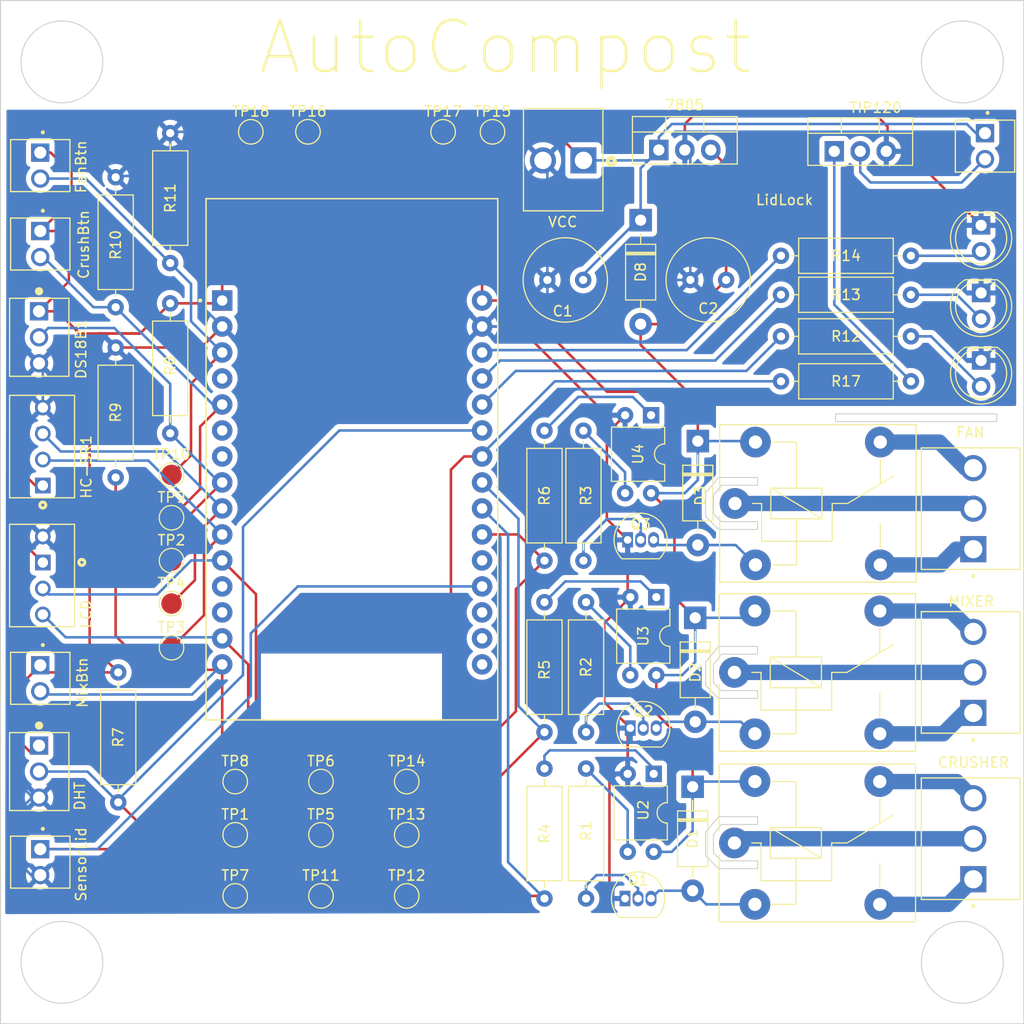
<source format=kicad_pcb>
(kicad_pcb (version 20221018) (generator pcbnew)
  (layers (0 "F.Cu" signal) (31 "B.Cu" signal) (34 "B.Paste" user) (35 "F.Paste" user) (36 "B.SilkS" user "B.Silkscreen") (37 "F.SilkS" user "F.Silkscreen") (38 "B.Mask" user) (39 "F.Mask" user) (44 "Edge.Cuts" user))
  (net 0 "")
  (net 1 "/VCC")
  (net 2 "GND")
  (net 3 "5V")
  (net 4 "/3V3")
  (net 5 "/CrusherBtn")
  (net 6 "Net-(D1-A)")
  (net 7 "Net-(D2-A)")
  (net 8 "Net-(D3-A)")
  (net 9 "Net-(D4-A)")
  (net 10 "Net-(D5-A)")
  (net 11 "Net-(D6-A)")
  (net 12 "/DHT")
  (net 13 "/DS18B20")
  (net 14 "/FanBtn")
  (net 15 "/Trig_HC-SR04")
  (net 16 "/Echo_HC-SR04")
  (net 17 "/LCD_SCL")
  (net 18 "/LCD_SDA")
  (net 19 "/Lid")
  (net 20 "Net-(QLock1-C)")
  (net 21 "/MixerBtn")
  (net 22 "Net-(Q1-B)")
  (net 23 "Net-(Q2-B)")
  (net 24 "Net-(Q3-B)")
  (net 25 "Net-(QLock1-B)")
  (net 26 "Net-(R1-Pad1)")
  (net 27 "Net-(R2-Pad1)")
  (net 28 "Net-(R3-Pad1)")
  (net 29 "/Crusher")
  (net 30 "Net-(R4-Pad2)")
  (net 31 "/Mixer")
  (net 32 "Net-(R5-Pad2)")
  (net 33 "/Fan")
  (net 34 "Net-(R6-Pad2)")
  (net 35 "/Led1")
  (net 36 "/Led2")
  (net 37 "/Led3")
  (net 38 "/Lock")
  (net 48 "Net-(J1-Pad1)")
  (net 49 "Net-(J1-Pad2)")
  (net 50 "Net-(J1-Pad3)")
  (net 51 "Net-(J2-Pad1)")
  (net 52 "Net-(J2-Pad2)")
  (net 53 "Net-(J2-Pad3)")
  (net 54 "Net-(J3-Pad1)")
  (net 55 "Net-(J3-Pad2)")
  (net 56 "Net-(J3-Pad3)")
  (footprint "Resistor_THT:R_Axial_DIN0309_L9.0mm_D3.2mm_P12.70mm_Horizontal" (layer "F.Cu") (at 116.586 69.596 -90)
    (fp_text reference "R8")
    (fp_text value "4k7" hide)
  )
  (footprint "Resistor_THT:R_Axial_DIN0309_L9.0mm_D3.2mm_P12.70mm_Horizontal" (layer "F.Cu") (at 188.976 77.216 180)
    (fp_text reference "R17")
    (fp_text value "2k2" hide)
  )
  (footprint "Resistor_THT:R_Axial_DIN0309_L9.0mm_D3.2mm_P12.70mm_Horizontal" (layer "F.Cu") (at 111.252 57.277 -90)
    (fp_text reference "R10")
    (fp_text value "10k" hide)
  )
  (footprint "Package_TO_SOT_THT:TO-92_Inline" (layer "F.Cu") (at 161.544 111.104)
    (fp_text reference "Q2")
    (fp_text value "2N3904" hide)
  )
  (footprint "Package_DIP:DIP-4_W7.62mm" (layer "F.Cu") (at 164.089 98.308 -90)
    (fp_text reference "U3")
    (fp_text value "PC817" hide)
  )
  (footprint "Conectores_Molex:Molex_156_2pines" (layer "F.Cu") (at 154.992 55.626)
    (fp_text reference "Vext1" hide)
    (fp_text value "Molex 0.156" hide)
  )
  (footprint "Resistor_THT:R_Axial_DIN0309_L9.0mm_D3.2mm_P12.70mm_Horizontal" (layer "F.Cu") (at 111.506 105.664 -90)
    (fp_text reference "R7")
    (fp_text value "4k7" hide)
  )
  (footprint "Conectores_Molex:Molex_100_3pines" (layer "F.Cu") (at 103.766 72.914166 90)
    (fp_text reference "DS18B1" hide)
    (fp_text value "Molex 0.100" hide)
  )
  (footprint "Resistor_THT:R_Axial_DIN0309_L9.0mm_D3.2mm_P12.70mm_Horizontal" (layer "F.Cu") (at 116.586 52.959 -90)
    (fp_text reference "R11")
    (fp_text value "10k" hide)
  )
  (footprint "Resistor_THT:R_Axial_DIN0309_L9.0mm_D3.2mm_P12.70mm_Horizontal" (layer "F.Cu") (at 153.162 111.506 90)
    (fp_text reference "R5")
    (fp_text value "100" hide)
  )
  (footprint "Conectores_Molex:Molex_156_3pines" (layer "F.Cu") (at 195.072 89.662 -90)
    (fp_text reference "J3" hide)
    (fp_text value "Molex 0.156" hide)
  )
  (footprint "TestPoint:TestPoint_Pad_D2.0mm" (layer "F.Cu") (at 148.082 52.832)
    (fp_text reference "TP15")
    (fp_text value "TestPoint" hide)
  )
  (footprint "TestPoint:TestPoint_Pad_D2.0mm" (layer "F.Cu") (at 130.048 52.832)
    (fp_text reference "TP16")
    (fp_text value "TestPoint" hide)
  )
  (footprint "TestPoint:TestPoint_Pad_D2.0mm" (layer "F.Cu") (at 116.713 94.742)
    (fp_text reference "TP2")
    (fp_text value "TestPoint" hide)
  )
  (footprint "TestPoint:TestPoint_Pad_D2.0mm" (layer "F.Cu") (at 124.46 52.832)
    (fp_text reference "TP18")
    (fp_text value "TestPoint" hide)
  )
  (footprint "Capacitor_THT:C_Radial_D8.0mm_H7.0mm_P3.50mm" (layer "F.Cu") (at 156.944 67.31 180)
    (fp_text reference "C1")
    (fp_text value "33nF" hide)
  )
  (footprint "Resistor_THT:R_Axial_DIN0309_L9.0mm_D3.2mm_P12.70mm_Horizontal" (layer "F.Cu") (at 111.252 73.914 -90)
    (fp_text reference "R9")
    (fp_text value "10k" hide)
  )
  (footprint "Package_TO_SOT_THT:TO-92_Inline" (layer "F.Cu") (at 161.036 127.762)
    (fp_text reference "Q1")
    (fp_text value "2N3904" hide)
  )
  (footprint "Diode_THT:D_DO-41_SOD81_P10.16mm_Horizontal" (layer "F.Cu") (at 167.894 100.33 -90)
    (fp_text reference "D2")
    (fp_text value "1N4007" hide)
  )
  (footprint "Package_TO_SOT_THT:TO-92_Inline" (layer "F.Cu") (at 161.29 92.71)
    (fp_text reference "Q3")
    (fp_text value "2N3904" hide)
  )
  (footprint "Conectores_Molex:Molex_100_3pines" (layer "F.Cu") (at 103.766 115.355917 90)
    (fp_text reference "DHT1" hide)
    (fp_text value "Molex 0.100" hide)
  )
  (footprint "Relay_THT:Relay_SPDT_Finder_36.11" (layer "F.Cu") (at 171.782 89.154)
    (fp_text reference "K3" hide)
    (fp_text value "FINDER-36.11" hide)
  )
  (footprint "Resistor_THT:R_Axial_DIN0309_L9.0mm_D3.2mm_P12.70mm_Horizontal" (layer "F.Cu") (at 153.162 94.742 90)
    (fp_text reference "R6")
    (fp_text value "100" hide)
  )
  (footprint "Relay_THT:Relay_SPDT_Finder_36.11" (layer "F.Cu") (at 171.728 105.664)
    (fp_text reference "K2" hide)
    (fp_text value "FINDER-36.11" hide)
  )
  (footprint "Diode_THT:D_DO-41_SOD81_P10.16mm_Horizontal" (layer "F.Cu") (at 167.64 116.84 -90)
    (fp_text reference "D1")
    (fp_text value "1N4007" hide)
  )
  (footprint "LED_THT:LED_D5.0mm" (layer "F.Cu") (at 195.834 68.58 -90)
    (fp_text reference "D5" hide)
    (fp_text value "LED" hide)
  )
  (footprint "TestPoint:TestPoint_Pad_D2.0mm" (layer "F.Cu") (at 116.713 86.36)
    (fp_text reference "TP10")
    (fp_text value "TestPoint" hide)
  )
  (footprint "TestPoint:TestPoint_Pad_D2.0mm" (layer "F.Cu") (at 139.7 127.508)
    (fp_text reference "TP12")
    (fp_text value "TestPoint" hide)
  )
  (footprint "Package_DIP:DIP-4_W7.62mm" (layer "F.Cu") (at 163.581 80.528 -90)
    (fp_text reference "U4")
    (fp_text value "PC817" hide)
  )
  (footprint "Conectores_Molex:Molex_100_2pines" (layer "F.Cu") (at 196.215 54.229 90)
    (fp_text reference "Lock2" hide)
    (fp_text value "Molex 0.100" hide)
  )
  (footprint "Diode_THT:D_DO-41_SOD81_P10.16mm_Horizontal" (layer "F.Cu") (at 162.56 61.468 -90)
    (fp_text reference "D8")
    (fp_text value "1N4007" hide)
  )
  (footprint "Conectores_Molex:Molex_100_2pines" (layer "F.Cu") (at 103.886 106.240834 90)
    (fp_text reference "MixerButton1" hide)
    (fp_text value "Molex 0.100" hide)
  )
  (footprint "Package_DIP:DIP-4_W7.62mm" (layer "F.Cu") (at 163.835 115.58 -90)
    (fp_text reference "U2")
    (fp_text value "PC817" hide)
  )
  (footprint "Resistor_THT:R_Axial_DIN0309_L9.0mm_D3.2mm_P12.70mm_Horizontal" (layer "F.Cu") (at 188.976 68.758 180)
    (fp_text reference "R13")
    (fp_text value "220" hide)
  )
  (footprint "Resistor_THT:R_Axial_DIN0309_L9.0mm_D3.2mm_P12.70mm_Horizontal" (layer "F.Cu") (at 153.162 127.762 90)
    (fp_text reference "R4")
    (fp_text value "100" hide)
  )
  (footprint "Conectores_Molex:Molex_156_3pines" (layer "F.Cu") (at 195.072 121.92 -90)
    (fp_text reference "J1" hide)
    (fp_text value "Molex 0.156" hide)
  )
  (footprint "Package_TO_SOT_THT:TO-220-3_Vertical" (layer "F.Cu") (at 181.483 54.737)
    (fp_text reference "QLock1" hide)
    (fp_text value "TIP120" hide)
  )
  (footprint "TestPoint:TestPoint_Pad_D2.0mm" (layer "F.Cu") (at 139.7 116.332)
    (fp_text reference "TP14")
    (fp_text value "TestPoint" hide)
  )
  (footprint "Resistor_THT:R_Axial_DIN0309_L9.0mm_D3.2mm_P12.70mm_Horizontal" (layer "F.Cu") (at 157.226 98.806 -90)
    (fp_text reference "R2")
    (fp_text value "220" hide)
  )
  (footprint "TestPoint:TestPoint_Pad_D2.0mm" (layer "F.Cu") (at 122.936 121.539)
    (fp_text reference "TP1")
    (fp_text value "TestPoint" hide)
  )
  (footprint "Package_TO_SOT_THT:TO-220-3_Vertical" (layer "F.Cu") (at 164.338 54.61)
    (fp_text reference "U1" hide)
    (fp_text value "LM7805_TO220" hide)
  )
  (footprint "Conectores_Molex:Molex_156_3pines" (layer "F.Cu") (at 195.072 105.664 -90)
    (fp_text reference "J2" hide)
    (fp_text value "Molex 0.156" hide)
  )
  (footprint "TestPoint:TestPoint_Pad_D2.0mm" (layer "F.Cu") (at 131.318 116.332)
    (fp_text reference "TP6")
    (fp_text value "TestPoint" hide)
  )
  (footprint "Conectores_Molex:Molex_100_4pines" (layer "F.Cu") (at 104.136 83.594249 -90)
    (fp_text reference "HC-SR1" hide)
    (fp_text value "Molex 0.100" hide)
  )
  (footprint "TestPoint:TestPoint_Pad_D2.0mm" (layer "F.Cu") (at 143.256 52.832)
    (fp_text reference "TP17")
    (fp_text value "TestPoint" hide)
  )
  (footprint "Relay_THT:Relay_SPDT_Finder_36.11" (layer "F.Cu") (at 171.728 122.332)
    (fp_text reference "K1" hide)
    (fp_text value "FINDER-36.11" hide)
  )
  (footprint "LED_THT:LED_D5.0mm" (layer "F.Cu") (at 195.834 61.976 -90)
    (fp_text reference "D6" hide)
    (fp_text value "LED" hide)
  )
  (footprint "TestPoint:TestPoint_Pad_D2.0mm" (layer "F.Cu") (at 116.713 103.251)
    (fp_text reference "TP3")
    (fp_text value "TestPoint" hide)
  )
  (footprint "Conectores_Molex:Molex_100_4pines" (layer "F.Cu") (at 104.136 96.195751 -90)
    (fp_text reference "LCD1" hide)
    (fp_text value "Molex 0.100" hide)
  )
  (footprint "Capacitor_THT:C_Radial_D8.0mm_H7.0mm_P3.50mm" (layer "F.Cu") (at 170.914 67.31 180)
    (fp_text reference "C2")
    (fp_text value "100nF" hide)
  )
  (footprint "TestPoint:TestPoint_Pad_D2.0mm" (layer "F.Cu") (at 116.713 98.933)
    (fp_text reference "TP4")
    (fp_text value "TestPoint" hide)
  )
  (footprint "Conectores_Molex:Molex_100_2pines" (layer "F.Cu") (at 103.886 124.206 90)
    (fp_text reference "Lock1" hide)
    (fp_text value "Molex 0.100" hide)
  )
  (footprint "TestPoint:TestPoint_Pad_D2.0mm" (layer "F.Cu") (at 131.318 121.539)
    (fp_text reference "TP5")
    (fp_text value "TestPoint" hide)
  )
  (footprint "Resistor_THT:R_Axial_DIN0309_L9.0mm_D3.2mm_P12.70mm_Horizontal" (layer "F.Cu") (at 156.972 82.042 -90)
    (fp_text reference "R3")
    (fp_text value "220" hide)
  )
  (footprint "TestPoint:TestPoint_Pad_D2.0mm" (layer "F.Cu") (at 122.936 127.508)
    (fp_text reference "TP7")
    (fp_text value "TestPoint" hide)
  )
  (footprint "TestPoint:TestPoint_Pad_D2.0mm" (layer "F.Cu") (at 131.318 127.508)
    (fp_text reference "TP11")
    (fp_text value "TestPoint" hide)
  )
  (footprint "Resistor_THT:R_Axial_DIN0309_L9.0mm_D3.2mm_P12.70mm_Horizontal" (layer "F.Cu") (at 157.226 115.062 -90)
    (fp_text reference "R1")
    (fp_text value "220" hide)
  )
  (footprint "TestPoint:TestPoint_Pad_D2.0mm" (layer "F.Cu") (at 139.7 121.539)
    (fp_text reference "TP13")
    (fp_text value "TestPoint" hide)
  )
  (footprint "Conectores_Molex:Molex_100_2pines" (layer "F.Cu") (at 103.886 63.799083 90)
    (fp_text reference "CrusherButton1" hide)
    (fp_text value "Molex 0.100" hide)
  )
  (footprint "Diode_THT:D_DO-41_SOD81_P10.16mm_Horizontal" (layer "F.Cu") (at 168.148 83.058 -90)
    (fp_text reference "D3")
    (fp_text value "1N4007" hide)
  )
  (footprint "ESP32-DEVKIT-V1:MODULE_ESP32_DEVKIT_V1" (layer "F.Cu") (at 134.366 84.836)
    (fp_text reference "U5" hide)
    (fp_text value "ESP32-DEVKIT-V1" hide)
  )
  (footprint "TestPoint:TestPoint_Pad_D2.0mm" (layer "F.Cu") (at 116.713 90.551)
    (fp_text reference "TP9")
    (fp_text value "TestPoint" hide)
  )
  (footprint "Resistor_THT:R_Axial_DIN0309_L9.0mm_D3.2mm_P12.70mm_Horizontal" (layer "F.Cu") (at 188.976 64.948 180)
    (fp_text reference "R14")
    (fp_text value "220" hide)
  )
  (footprint "Conectores_Molex:Molex_100_2pines" (layer "F.Cu") (at 103.886 56.134 90)
    (fp_text reference "FanButton1" hide)
    (fp_text value "Molex 0.100" hide)
  )
  (footprint "LED_THT:LED_D5.0mm" (layer "F.Cu") (at 195.834 75.179 -90)
    (fp_text reference "D4" hide)
    (fp_text value "LED" hide)
  )
  (footprint "Resistor_THT:R_Axial_DIN0309_L9.0mm_D3.2mm_P12.70mm_Horizontal" (layer "F.Cu") (at 188.976 72.822 180)
    (fp_text reference "R12")
    (fp_text value "220" hide)
  )
  (footprint "TestPoint:TestPoint_Pad_D2.0mm" (layer "F.Cu") (at 122.936 116.332)
    (fp_text reference "TP8")
    (fp_text value "TestPoint" hide)
  )
  (gr_poly (pts (xy 173.99 87.376) (xy 170.434 87.376) (xy 169.672 88.392) (xy 169.672 90.17) (xy 170.434 90.932) (xy 173.99 90.932) (xy 173.99 91.694) (xy 170.18 91.694) (xy 168.91 90.424) (xy 168.91 88.138) (xy 170.18 86.614) (xy 173.99 86.614)) (stroke (width 0.1)) (fill none) (layer "Edge.Cuts"))
  (gr_circle (center 106 134) (end 110 134) (stroke (width 0.1)) (fill none) (layer "Edge.Cuts"))
  (gr_poly (pts (xy 173.99 120.523) (xy 170.434 120.523) (xy 169.672 121.539) (xy 169.672 123.317) (xy 170.434 124.079) (xy 173.99 124.079) (xy 173.99 124.841) (xy 170.18 124.841) (xy 168.91 123.571) (xy 168.91 121.285) (xy 170.18 119.761) (xy 173.99 119.761)) (stroke (width 0.1)) (fill none) (layer "Edge.Cuts"))
  (gr_circle (center 194 46) (end 198 46) (stroke (width 0.1)) (fill none) (layer "Edge.Cuts"))
  (gr_rect (start 100 40) (end 200 140) (stroke (width 0.1)) (fill none) (layer "Edge.Cuts"))
  (gr_poly (pts (xy 173.99 103.886) (xy 170.434 103.886) (xy 169.672 104.902) (xy 169.672 106.68) (xy 170.434 107.442) (xy 173.99 107.442) (xy 173.99 108.204) (xy 170.18 108.204) (xy 168.91 106.934) (xy 168.91 104.648) (xy 170.18 103.124) (xy 173.99 103.124)) (stroke (width 0.1)) (fill none) (layer "Edge.Cuts"))
  (gr_circle (center 194 134) (end 198 134) (stroke (width 0.1)) (fill none) (layer "Edge.Cuts"))
  (gr_rect (start 181.61 80.391) (end 197.358 81.153) (stroke (width 0.1)) (fill none) (layer "Edge.Cuts"))
  (gr_circle (center 106 46) (end 110 46) (stroke (width 0.1)) (fill none) (layer "Edge.Cuts"))
  (gr_text "DS18B1" (at 108.458 77.089 90) (layer "F.SilkS") (effects (font (size 1 1)) (justify left bottom)))
  (gr_text "VCC" (at 153.416 62.23) (layer "F.SilkS") (effects (font (size 1 1)) (justify left bottom)))
  (gr_text "CrushBtn" (at 108.712 67.31 90) (layer "F.SilkS") (effects (font (size 1 1)) (justify left bottom)))
  (gr_text "AutoCompost" (at 125 47.5) (layer "F.SilkS") (effects (font (size 5 5) (thickness 0.25) bold) (justify left bottom)))
  (gr_text "HC-SR1" (at 108.966 88.773 90) (layer "F.SilkS") (effects (font (size 1 1)) (justify left bottom)))
  (gr_text "DHT\n" (at 108.331 119.253 90) (layer "F.SilkS") (effects (font (size 1 1)) (justify left bottom)))
  (gr_text "TIP120" (at 182.88 51.054) (layer "F.SilkS") (effects (font (size 1 1)) (justify left bottom)))
  (gr_text "LCD\n" (at 108.966 101.473 90) (layer "F.SilkS") (effects (font (size 1 1)) (justify left bottom)))
  (gr_text "FanBtn" (at 108.458 58.928 90) (layer "F.SilkS") (effects (font (size 1 1)) (justify left bottom)))
  (gr_text "CRUSHER" (at 191.516 115.062) (layer "F.SilkS") (effects (font (size 1 1)) (justify left bottom)))
  (gr_text "FAN" (at 193.294 82.804) (layer "F.SilkS") (effects (font (size 1 1)) (justify left bottom)))
  (gr_text "MixBtn" (at 108.585 109.22 90) (layer "F.SilkS") (effects (font (size 1 1)) (justify left bottom)))
  (gr_text "LidLock" (at 173.736 60.071) (layer "F.SilkS") (effects (font (size 1 1)) (justify left bottom)))
  (gr_text "SensorLid\n" (at 108.458 128.143 90) (layer "F.SilkS") (effects (font (size 1 1)) (justify left bottom)))
  (gr_text "MIXER" (at 192.532 99.314) (layer "F.SilkS") (effects (font (size 1 1)) (justify left bottom)))
  (gr_text "7805" (at 164.846 50.8) (layer "F.SilkS") (effects (font (size 1 1)) (justify left bottom)))
  (segment (start 148.336 52.578) (end 153.924 52.578) (width 0.25) (layer "F.Cu") (net 1))
  (segment (start 153.924 52.578) (end 156.972 55.626) (width 0.25) (layer "F.Cu") (net 1))
  (segment (start 148.082 52.832) (end 148.336 52.578) (width 0.25) (layer "F.Cu") (net 1))
  (segment (start 164.338 53.34) (end 164.338 54.61) (width 0.25) (layer "B.Cu") (net 1))
  (segment (start 162.56 61.468) (end 162.56 56.388) (width 0.25) (layer "B.Cu") (net 1))
  (segment (start 162.278 61.468) (end 162.56 61.468) (width 0.25) (layer "B.Cu") (net 1))
  (segment (start 194.437 52.07) (end 165.608 52.07) (width 0.25) (layer "B.Cu") (net 1))
  (segment (start 162.56 56.388) (end 164.338 54.61) (width 0.25) (layer "B.Cu") (net 1))
  (segment (start 163.322 55.626) (end 164.338 54.61) (width 0.25) (layer "B.Cu") (net 1))
  (segment (start 156.944 67.31) (end 156.944 66.802) (width 0.25) (layer "B.Cu") (net 1))
  (segment (start 156.972 55.626) (end 163.322 55.626) (width 0.25) (layer "B.Cu") (net 1))
  (segment (start 165.608 52.07) (end 164.338 53.34) (width 0.25) (layer "B.Cu") (net 1))
  (segment (start 196.215 52.959) (end 195.326 52.959) (width 0.25) (layer "B.Cu") (net 1))
  (segment (start 195.326 52.959) (end 194.437 52.07) (width 0.25) (layer "B.Cu") (net 1))
  (segment (start 156.944 66.802) (end 162.278 61.468) (width 0.25) (layer "B.Cu") (net 1))
  (segment (start 186.69 52.324) (end 185.674 51.308) (width 0.25) (layer "F.Cu") (net 2))
  (segment (start 147.066 71.861) (end 150.601 71.861) (width 0.25) (layer "F.Cu") (net 2))
  (segment (start 186.563 54.737) (end 188.595 54.737) (width 0.25) (layer "F.Cu") (net 2))
  (segment (start 161.29 92.71) (end 161.29 98.049) (width 0.25) (layer "F.Cu") (net 2))
  (segment (start 150.601 71.861) (end 159.268 80.528) (width 0.25) (layer "F.Cu") (net 2))
  (segment (start 188.595 54.737) (end 195.834 61.976) (width 0.25) (layer "F.Cu") (net 2))
  (segment (start 143.256 52.832) (end 143.256 56.388) (width 0.25) (layer "F.Cu") (net 2))
  (segment (start 159.512 116.332) (end 159.512 127.254) (width 0.25) (layer "F.Cu") (net 2))
  (segment (start 159.004 108.564) (end 159.004 100.853) (width 0.25) (layer "F.Cu") (net 2))
  (segment (start 143.256 56.388) (end 144.272 57.404) (width 0.25) (layer "F.Cu") (net 2))
  (segment (start 161.544 111.104) (end 159.004 108.564) (width 0.25) (layer "F.Cu") (net 2))
  (segment (start 161.295 115.58) (end 160.264 115.58) (width 0.25) (layer "F.Cu") (net 2))
  (segment (start 159.512 127.254) (end 160.02 127.762) (width 0.25) (layer "F.Cu") (net 2))
  (segment (start 159.268 80.528) (end 161.041 80.528) (width 0.25) (layer "F.Cu") (net 2))
  (segment (start 111.252 73.914) (end 119.613 73.914) (width 0.25) (layer "F.Cu") (net 2))
  (segment (start 159.004 100.853) (end 161.549 98.308) (width 0.25) (layer "F.Cu") (net 2))
  (segment (start 161.295 115.58) (end 161.295 111.353) (width 0.25) (layer "F.Cu") (net 2))
  (segment (start 161.295 111.353) (end 161.544 111.104) (width 0.25) (layer "F.Cu") (net 2))
  (segment (start 159.258 90.678) (end 161.29 92.71) (width 0.25) (layer "F.Cu") (net 2))
  (segment (start 151.234 57.404) (end 153.012 55.626) (width 0.25) (layer "F.Cu") (net 2))
  (segment (start 186.69 54.864) (end 186.69 52.324) (width 0.25) (layer "F.Cu") (net 2))
  (segment (start 166.878 52.07) (end 166.878 54.61) (width 0.25) (layer "F.Cu") (net 2))
  (segment (start 119.613 73.914) (end 121.666 71.861) (width 0.25) (layer "F.Cu") (net 2))
  (segment (start 161.041 80.528) (end 159.258 82.311) (width 0.25) (layer "F.Cu") (net 2))
  (segment (start 185.674 51.308) (end 167.64 51.308) (width 0.25) (layer "F.Cu") (net 2))
  (segment (start 160.02 127.762) (end 161.036 127.762) (width 0.25) (layer "F.Cu") (net 2))
  (segment (start 159.258 82.311) (end 159.258 90.678) (width 0.25) (layer "F.Cu") (net 2))
  (segment (start 167.64 51.308) (end 166.878 52.07) (width 0.25) (layer "F.Cu") (net 2))
  (segment (start 160.264 115.58) (end 159.512 116.332) (width 0.25) (layer "F.Cu") (net 2))
  (segment (start 144.272 57.404) (end 151.234 57.404) (width 0.25) (layer "F.Cu") (net 2))
  (segment (start 161.29 98.049) (end 161.549 98.308) (width 0.25) (layer "F.Cu") (net 2))
  (segment (start 101.854 116.586) (end 103.759 118.491) (width 0.25) (layer "B.Cu") (net 2))
  (segment (start 160.528 69.596) (end 162.814 67.31) (width 0.25) (layer "B.Cu") (net 2))
  (segment (start 195.834 68.58) (end 197.358 68.58) (width 0.25) (layer "B.Cu") (net 2))
  (segment (start 116.586 59.436) (end 118.1735 61.0235) (width 0.25) (layer "B.Cu") (net 2))
  (segment (start 103.766 75.454166) (end 104.671166 74.549) (width 0.25) (layer "B.Cu") (net 2))
  (segment (start 150.897 71.861) (end 153.444 69.314) (width 0.25) (layer "B.Cu") (net 2))
  (segment (start 167.414 55.146) (end 166.878 54.61) (width 0.25) (layer "B.Cu") (net 2))
  (segment (start 195.834 61.976) (end 197.104 61.976) (width 0.25) (layer "B.Cu") (net 2))
  (segment (start 104.136 79.784249) (end 104.136 75.824166) (width 0.25) (layer "B.Cu") (net 2))
  (segment (start 155.73 69.596) (end 160.528 69.596) (width 0.25) (layer "B.Cu") (net 2))
  (segment (start 103.766 117.895917) (end 103.084083 117.895917) (width 0.25) (layer "B.Cu") (net 2))
  (segment (start 150.218 52.832) (end 153.012 55.626) (width 0.25) (layer "B.Cu") (net 2))
  (segment (start 197.104 61.976) (end 198.374 63.246) (width 0.25) (layer "B.Cu") (net 2))
  (segment (start 153.444 56.058) (end 153.012 55.626) (width 0.25) (layer "B.Cu") (net 2))
  (segment (start 104.136 92.385751) (end 101.854 94.667751) (width 0.25) (layer "B.Cu") (net 2))
  (segment (start 147.066 71.861) (end 150.897 71.861) (width 0.25) (layer "B.Cu") (net 2))
  (segment (start 119.634 62.484) (end 119.634 69.829) (width 0.25) (layer "B.Cu") (net 2))
  (segment (start 197.358 68.58) (end 198.12 69.342) (width 0.25) (layer "B.Cu") (net 2))
  (segment (start 102.997 125.476) (end 103.886 125.476) (width 0.25) (layer "B.Cu") (net 2))
  (segment (start 111.252 57.15) (end 114.3 57.15) (width 0.25) (layer "B.Cu") (net 2))
  (segment (start 102.362 81.558249) (end 104.136 79.784249) (width 0.25) (layer "B.Cu") (net 2))
  (segment (start 104.136 92.385751) (end 102.362 90.611751) (width 0.25) (layer "B.Cu") (net 2))
  (segment (start 116.586 52.832) (end 150.218 52.832) (width 0.25) (layer "B.Cu") (net 2))
  (segment (start 103.084083 117.895917) (end 101.854 119.126) (width 0.25) (layer "B.Cu") (net 2))
  (segment (start 167.414 67.31) (end 167.414 55.146) (width 0.25) (layer "B.Cu") (net 2))
  (segment (start 118.1735 61.0235) (end 119.634 62.484) (width 0.25) (layer "B.Cu") (net 2))
  (segment (start 104.136 75.824166) (end 103.766 75.454166) (width 0.25) (layer "B.Cu") (net 2))
  (segment (start 104.671166 74.549) (end 110.617 74.549) (width 0.25) (layer "B.Cu") (net 2))
  (segment (start 198.374 63.246) (end 198.374 66.04) (width 0.25) (layer "B.Cu") (net 2))
  (segment (start 101.854 94.667751) (end 101.854 116.586) (width 0.25) (layer "B.Cu") (net 2))
  (segment (start 153.444 69.314) (end 153.444 56.058) (width 0.25) (layer "B.Cu") (net 2))
  (segment (start 198.374 66.04) (end 195.834 68.58) (width 0.25) (layer "B.Cu") (net 2))
  (segment (start 114.3 57.15) (end 118.1735 61.0235) (width 0.25) (layer "B.Cu") (net 2))
  (segment (start 116.586 52.959) (end 116.586 59.436) (width 0.25) (layer "B.Cu") (net 2))
  (segment (start 198.12 69.342) (end 198.12 72.893) (width 0.25) (layer "B.Cu") (net 2))
  (segment (start 162.814 67.31) (end 167.414 67.31) (width 0.25) (layer "B.Cu") (net 2))
  (segment (start 110.617 74.549) (end 111.252 73.914) (width 0.25) (layer "B.Cu") (net 2))
  (segment (start 119.634 69.829) (end 121.666 71.861) (width 0.25) (layer "B.Cu") (net 2))
  (segment (start 101.854 124.333) (end 102.997 125.476) (width 0.25) (layer "B.Cu") (net 2))
  (segment (start 198.12 72.893) (end 195.834 75.179) (width 0.25) (layer "B.Cu") (net 2))
  (segment (start 101.854 119.126) (end 101.854 124.333) (width 0.25) (layer "B.Cu") (net 2))
  (segment (start 153.444 67.31) (end 155.73 69.596) (width 0.25) (layer "B.Cu") (net 2))
  (segment (start 102.362 90.611751) (end 102.362 81.558249) (width 0.25) (layer "B.Cu") (net 2))
  (segment (start 167.64 116.84) (end 167.64 113.232918) (width 0.25) (layer "F.Cu") (net 3))
  (segment (start 170.914 56.106) (end 169.418 54.61) (width 0.25) (layer "F.Cu") (net 3))
  (segment (start 104.013 51.054) (end 101.854 53.213) (width 0.25) (layer "F.Cu") (net 3))
  (segment (start 166.596 71.628) (end 170.914 67.31) (width 0.25) (layer "F.Cu") (net 3))
  (segment (start 101.854 53.213) (end 101.854 85.852) (width 0.25) (layer "F.Cu") (net 3))
  (segment (start 168.148 79.248) (end 168.148 83.058) (width 0.25) (layer "F.Cu") (net 3))
  (segment (start 147.066 66.294) (end 131.826 51.054) (width 0.25) (layer "F.Cu") (net 3))
  (segment (start 162.56 71.628) (end 166.596 71.628) (width 0.25) (layer "F.Cu") (net 3))
  (segment (start 104.136 94.925751) (end 101.854 92.643751) (width 0.25) (layer "F.Cu") (net 3))
  (segment (start 165.862 90.429) (end 163.581 88.148) (width 0.25) (layer "F.Cu") (net 3))
  (segment (start 164.089 109.681918) (end 164.089 105.928) (width 0.25) (layer "F.Cu") (net 3))
  (segment (start 103.406249 87.404249) (end 101.854 85.852) (width 0.25) (layer "F.Cu") (net 3))
  (segment (start 162.56 71.628) (end 162.56 73.66) (width 0.25) (layer "F.Cu") (net 3))
  (segment (start 167.894 100.33) (end 165.862 98.298) (width 0.25) (layer "F.Cu") (net 3))
  (segment (start 101.854 92.643751) (end 101.854 85.852) (width 0.25) (layer "F.Cu") (net 3))
  (segment (start 147.066 69.321) (end 147.066 66.294) (width 0.25) (layer "F.Cu") (net 3))
  (segment (start 147.066 69.321) (end 150.347 69.321) (width 0.25) (layer "F.Cu") (net 3))
  (segment (start 150.347 69.321) (end 159.258 78.232) (width 0.25) (layer "F.Cu") (net 3))
  (segment (start 131.826 51.054) (end 104.013 51.054) (width 0.25) (layer "F.Cu") (net 3))
  (segment (start 162.56 73.66) (end 168.148 79.248) (width 0.25) (layer "F.Cu") (net 3))
  (segment (start 167.132 78.232) (end 168.148 79.248) (width 0.25) (layer "F.Cu") (net 3))
  (segment (start 165.862 98.298) (end 165.862 90.429) (width 0.25) (layer "F.Cu") (net 3))
  (segment (start 104.136 87.404249) (end 103.406249 87.404249) (width 0.25) (layer "F.Cu") (net 3))
  (segment (start 159.258 78.232) (end 167.132 78.232) (width 0.25) (layer "F.Cu") (net 3))
  (segment (start 170.914 67.31) (end 170.914 56.106) (width 0.25) (layer "F.Cu") (net 3))
  (segment (start 167.64 113.232918) (end 164.089 109.681918) (width 0.25) (layer "F.Cu") (net 3))
  (segment (start 130.048 52.832) (end 131.699 51.181) (width 0.25) (layer "F.Cu") (net 3))
  (segment (start 167.64 121.158) (end 165.598 123.2) (width 0.25) (layer "B.Cu") (net 3))
  (segment (start 168.148 86.868) (end 166.868 88.148) (width 0.25) (layer "B.Cu") (net 3))
  (segment (start 168.148 116.332) (end 167.64 116.84) (width 0.25) (layer "B.Cu") (net 3))
  (segment (start 168.148 83.058) (end 173.686 83.058) (width 0.25) (layer "B.Cu") (net 3))
  (segment (start 173.482 116.332) (end 168.148 116.332) (width 0.25) (layer "B.Cu") (net 3))
  (segment (start 167.64 116.84) (end 167.64 121.158) (width 0.25) (layer "B.Cu") (net 3))
  (segment (start 167.894 100.33) (end 172.862 100.33) (width 0.25) (layer "B.Cu") (net 3))
  (segment (start 167.894 100.33) (end 167.894 104.648) (width 0.25) (layer "B.Cu") (net 3))
  (segment (start 173.686 83.058) (end 173.782 83.154) (width 0.25) (layer "B.Cu") (net 3))
  (segment (start 165.598 123.2) (end 163.835 123.2) (width 0.25) (layer "B.Cu") (net 3))
  (segment (start 167.894 104.648) (end 166.614 105.928) (width 0.25) (layer "B.Cu") (net 3))
  (segment (start 166.868 88.148) (end 163.581 88.148) (width 0.25) (layer "B.Cu") (net 3))
  (segment (start 166.614 105.928) (end 164.089 105.928) (width 0.25) (layer "B.Cu") (net 3))
  (segment (start 172.862 100.33) (end 173.528 99.664) (width 0.25) (layer "B.Cu") (net 3))
  (segment (start 168.148 83.058) (end 168.148 86.868) (width 0.25) (layer "B.Cu") (net 3))
  (segment (start 104.394 94.615) (end 104.267 94.615) (width 0.25) (layer "B.Cu") (net 3))
  (segment (start 111.506 105.664) (end 108.712 102.87) (width 0.25) (layer "F.Cu") (net 4))
  (segment (start 113.6385 72.5435) (end 116.586 69.596) (width 0.25) (layer "F.Cu") (net 4))
  (segment (start 106.68 63.754) (end 106.68 67.460166) (width 0.25) (layer "F.Cu") (net 4))
  (segment (start 106.934 56.896) (end 106.934 59.481083) (width 0.25) (layer "F.Cu") (net 4))
  (segment (start 103.886 54.864) (end 104.902 54.864) (width 0.25) (layer "F.Cu") (net 4))
  (segment (start 109.5745 72.5435) (end 113.6385 72.5435) (width 0.25) (layer "F.Cu") (net 4))
  (segment (start 107.7225 72.5435) (end 113.6385 72.5435) (width 0.25) (layer "F.Cu") (net 4))
  (segment (start 117.094 69.596) (end 116.586 69.596) (width 0.25) (layer "F.Cu") (net 4))
  (segment (start 111.506 105.664) (end 104.579166 105.664) (width 0.25) (layer "F.Cu") (net 4))
  (segment (start 116.586 69.596) (end 121.391 69.596) (width 0.25) (layer "F.Cu") (net 4))
  (segment (start 101.727 107.129834) (end 101.727 112.268) (width 0.25) (layer "F.Cu") (net 4))
  (segment (start 121.391 69.596) (end 121.666 69.321) (width 0.25) (layer "F.Cu") (net 4))
  (segment (start 108.712 102.87) (end 108.712 73.406) (width 0.25) (layer "F.Cu") (net 4))
  (segment (start 121.666 55.88) (end 124.46 53.086) (width 0.25) (layer "F.Cu") (net 4))
  (segment (start 101.727 112.268) (end 102.997 113.538) (width 0.25) (layer "F.Cu") (net 4))
  (segment (start 106.68 67.460166) (end 103.766 70.374166) (width 0.25) (layer "F.Cu") (net 4))
  (segment (start 104.579166 105.664) (end 103.886 104.970834) (width 0.25) (layer "F.Cu") (net 4))
  (segment (start 102.997 113.538) (end 103.886 113.538) (width 0.25) (layer "F.Cu") (net 4))
  (segment (start 105.455083 62.529083) (end 106.68 63.754) (width 0.25) (layer "F.Cu") (net 4))
  (segment (start 103.886 104.970834) (end 101.727 107.129834) (width 0.25) (layer "F.Cu") (net 4))
  (segment (start 108.712 73.406) (end 109.5745 72.5435) (width 0.25) (layer "F.Cu") (net 4))
  (segment (start 104.902 54.864) (end 106.934 56.896) (width 0.25) (layer "F.Cu") (net 4))
  (segment (start 103.766 70.374166) (end 105.553166 70.374166) (width 0.25) (layer "F.Cu") (net 4))
  (segment (start 106.934 59.481083) (end 103.886 62.529083) (width 0.25) (layer "F.Cu") (net 4))
  (segment (start 105.553166 70.374166) (end 107.7225 72.5435) (width 0.25) (layer "F.Cu") (net 4))
  (segment (start 121.666 69.321) (end 121.666 55.88) (width 0.25) (layer "F.Cu") (net 4))
  (segment (start 103.886 62.529083) (end 105.455083 62.529083) (width 0.25) (layer "F.Cu") (net 4))
  (segment (start 121.666 79.502) (end 121.666 79.481) (width 0.25) (layer "F.Cu") (net 5))
  (segment (start 119.507 87.757) (end 116.713 90.551) (width 0.25) (layer "F.Cu") (net 5))
  (segment (start 119.507 81.64) (end 119.507 87.757) (width 0.25) (layer "F.Cu") (net 5))
  (segment (start 121.666 79.481) (end 119.507 81.64) (width 0.25) (layer "F.Cu") (net 5))
  (segment (start 120.756 79.481) (end 121.666 79.481) (width 0.25) (layer "B.Cu") (net 5))
  (segment (start 104.185083 65.069083) (end 109.093 69.977) (width 0.25) (layer "B.Cu") (net 5))
  (segment (start 111.252 69.977) (end 120.756 79.481) (width 0.25) (layer "B.Cu") (net 5))
  (segment (start 103.886 65.069083) (end 104.185083 65.069083) (width 0.25) (layer "B.Cu") (net 5))
  (segment (start 109.093 69.977) (end 111.252 69.977) (width 0.25) (layer "B.Cu") (net 5))
  (segment (start 167.64 127) (end 164.338 127) (width 0.25) (layer "B.Cu") (net 6))
  (segment (start 164.338 127) (end 163.576 127.762) (width 0.25) (layer "B.Cu") (net 6))
  (segment (start 173.482 128.332) (end 168.972 128.332) (width 0.25) (layer "B.Cu") (net 6))
  (segment (start 168.972 128.332) (end 167.64 127) (width 0.25) (layer "B.Cu") (net 6))
  (segment (start 172.354 110.49) (end 173.528 111.664) (width 0.25) (layer "B.Cu") (net 7))
  (segment (start 164.698 110.49) (end 164.084 111.104) (width 0.25) (layer "B.Cu") (net 7))
  (segment (start 167.894 110.49) (end 172.354 110.49) (width 0.25) (layer "B.Cu") (net 7))
  (segment (start 167.894 110.49) (end 164.698 110.49) (width 0.25) (layer "B.Cu") (net 7))
  (segment (start 168.148 93.218) (end 164.338 93.218) (width 0.25) (layer "B.Cu") (net 8))
  (segment (start 168.148 93.218) (end 171.846 93.218) (width 0.25) (layer "B.Cu") (net 8))
  (segment (start 171.846 93.218) (end 173.782 95.154) (width 0.25) (layer "B.Cu") (net 8))
  (segment (start 164.338 93.218) (end 163.83 92.71) (width 0.25) (layer "B.Cu") (net 8))
  (segment (start 190.937 72.822) (end 195.834 77.719) (width 0.25) (layer "B.Cu") (net 9))
  (segment (start 188.976 72.822) (end 190.937 72.822) (width 0.25) (layer "B.Cu") (net 9))
  (segment (start 188.976 68.758) (end 193.472 68.758) (width 0.25) (layer "B.Cu") (net 10))
  (segment (start 193.472 68.758) (end 195.834 71.12) (width 0.25) (layer "B.Cu") (net 10))
  (segment (start 195.58 70.861) (end 195.834 70.607) (width 0.25) (layer "B.Cu") (net 10))
  (segment (start 195.402 64.948) (end 195.834 64.516) (width 0.25) (layer "B.Cu") (net 11))
  (segment (start 188.976 64.948) (end 195.402 64.948) (width 0.25) (layer "B.Cu") (net 11))
  (segment (start 115.316 122.174) (end 111.506 118.364) (width 0.25) (layer "F.Cu") (net 12))
  (segment (start 122.936 122.174) (end 115.316 122.174) (width 0.25) (layer "F.Cu") (net 12))
  (segment (start 123.698 105.918) (end 123.698 91.44) (width 0.25) (layer "B.Cu") (net 12))
  (segment (start 133.117 82.021) (end 132.334 82.804) (width 0.25) (layer "B.Cu") (net 12))
  (segment (start 108.497917 115.355917) (end 111.506 118.364) (width 0.25) (layer "B.Cu") (net 12))
  (segment (start 123.698 91.44) (end 132.334 82.804) (width 0.25) (layer "B.Cu") (net 12))
  (segment (start 147.066 82.021) (end 133.117 82.021) (width 0.25) (layer "B.Cu") (net 12))
  (segment (start 111.506 118.11) (end 123.698 105.918) (width 0.25) (layer "B.Cu") (net 12))
  (segment (start 111.506 118.364) (end 111.506 118.11) (width 0.25) (layer "B.Cu") (net 12))
  (segment (start 103.766 115.355917) (end 108.497917 115.355917) (width 0.25) (layer "B.Cu") (net 12))
  (segment (start 121.666 87.101) (end 121.666 87.376) (width 0.25) (layer "F.Cu") (net 13))
  (segment (start 116.713 94.742) (end 118.491 92.964) (width 0.25) (layer "F.Cu") (net 13))
  (segment (start 118.491 90.276) (end 121.666 87.101) (width 0.25) (layer "F.Cu") (net 13))
  (segment (start 118.491 92.964) (end 118.491 90.276) (width 0.25) (layer "F.Cu") (net 13))
  (segment (start 104.671166 72.009) (end 103.766 72.914166) (width 0.25) (layer "B.Cu") (net 13))
  (segment (start 121.412 86.614) (end 121.666 86.36) (width 0.25) (layer "B.Cu") (net 13))
  (segment (start 121.391 87.101) (end 121.666 87.101) (width 0.25) (layer "B.Cu") (net 13))
  (segment (start 116.586 77.47) (end 111.125 72.009) (width 0.25) (layer "B.Cu") (net 13))
  (segment (start 116.586 82.296) (end 121.391 87.101) (width 0.25) (layer "B.Cu") (net 13))
  (segment (start 111.125 72.009) (end 104.671166 72.009) (width 0.25) (layer "B.Cu") (net 13))
  (segment (start 116.586 82.296) (end 116.586 77.47) (width 0.25) (layer "B.Cu") (net 13))
  (segment (start 118.618 84.455) (end 118.618 77.449) (width 0.25) (layer "F.Cu") (net 14))
  (segment (start 118.618 77.449) (end 121.666 74.401) (width 0.25) (layer "F.Cu") (net 14))
  (segment (start 116.713 86.36) (end 118.618 84.455) (width 0.25) (layer "F.Cu") (net 14))
  (segment (start 118.618 71.353) (end 121.666 74.401) (width 0.25) (layer "B.Cu") (net 14))
  (segment (start 118.618 67.691) (end 118.618 71.353) (width 0.25) (layer "B.Cu") (net 14))
  (segment (start 108.331 57.404) (end 116.586 65.659) (width 0.25) (layer "B.Cu") (net 14))
  (segment (start 116.586 65.659) (end 118.618 67.691) (width 0.25) (layer "B.Cu") (net 14))
  (segment (start 103.886 57.404) (end 108.331 57.404) (width 0.25) (layer "B.Cu") (net 14))
  (segment (start 121.666 92.181) (end 119.888 93.959) (width 0.25) (layer "F.Cu") (net 15))
  (segment (start 119.888 100.076) (end 116.713 103.251) (width 0.25) (layer "F.Cu") (net 15))
  (segment (start 119.888 93.959) (end 119.888 100.076) (width 0.25) (layer "F.Cu") (net 15))
  (segment (start 104.234751 84.963) (end 104.136 84.864249) (width 0.25) (layer "B.Cu") (net 15))
  (segment (start 114.448 84.963) (end 104.234751 84.963) (width 0.25) (layer "B.Cu") (net 15))
  (segment (start 121.666 92.181) (end 114.448 84.963) (width 0.25) (layer "B.Cu") (net 15))
  (segment (start 118.999 96.647) (end 116.713 98.933) (width 0.25) (layer "F.Cu") (net 16))
  (segment (start 118.999 92.308) (end 118.999 96.647) (width 0.25) (layer "F.Cu") (net 16))
  (segment (start 121.666 89.641) (end 118.999 92.308) (width 0.25) (layer "F.Cu") (net 16))
  (segment (start 105.885751 84.074) (end 104.136 82.324249) (width 0.25) (layer "B.Cu") (net 16))
  (segment (start 116.099 84.074) (end 105.885751 84.074) (width 0.25) (layer "B.Cu") (net 16))
  (segment (start 121.666 89.641) (end 116.099 84.074) (width 0.25) (layer "B.Cu") (net 16))
  (segment (start 121.412 89.154) (end 121.666 88.9) (width 0.25) (layer "B.Cu") (net 16))
  (segment (start 103.632 81.788) (end 104.394 82.55) (width 0.25) (layer "B.Cu") (net 16))
  (segment (start 131.318 121.8565) (end 124.206 114.7445) (width 0.25) (layer "F.Cu") (net 17))
  (segment (start 124.206 114.7445) (end 124.206 105.918) (width 0.25) (layer "F.Cu") (net 17))
  (segment (start 121.666 102.341) (end 124.206 104.881) (width 0.25) (layer "F.Cu") (net 17))
  (segment (start 124.206 104.881) (end 124.206 105.918) (width 0.25) (layer "F.Cu") (net 17))
  (segment (start 121.56 102.235) (end 121.666 102.341) (width 0.25) (layer "B.Cu") (net 17))
  (segment (start 106.365249 102.235) (end 121.56 102.235) (width 0.25) (layer "B.Cu") (net 17))
  (segment (start 104.136 100.005751) (end 106.365249 102.235) (width 0.25) (layer "B.Cu") (net 17))
  (segment (start 104.14 99.822) (end 104.267 99.695) (width 0.25) (layer "B.Cu") (net 17))
  (segment (start 131.318 116.332) (end 130.302 116.332) (width 0.25) (layer "F.Cu") (net 18))
  (segment (start 124.968 98.023) (end 121.666 94.721) (width 0.25) (layer "F.Cu") (net 18))
  (segment (start 104.394 97.155) (end 104.013 97.155) (width 0.25) (layer "F.Cu") (net 18))
  (segment (start 124.968 110.998) (end 124.968 98.023) (width 0.25) (layer "F.Cu") (net 18))
  (segment (start 130.302 116.332) (end 124.968 110.998) (width 0.25) (layer "F.Cu") (net 18))
  (segment (start 118.639 94.721) (end 121.666 94.721) (width 0.25) (layer "B.Cu") (net 18))
  (segment (start 104.136 97.465751) (end 104.714249 98.044) (width 0.25) (layer "B.Cu") (net 18))
  (segment (start 104.714249 98.044) (end 115.316 98.044) (width 0.25) (layer "B.Cu") (net 18))
  (segment (start 115.316 98.044) (end 118.639 94.721) (width 0.25) (layer "B.Cu") (net 18))
  (segment (start 122.682 127.762) (end 116.713 127.762) (width 0.25) (layer "F.Cu") (net 19))
  (segment (start 116.713 127.762) (end 111.887 122.936) (width 0.25) (layer "F.Cu") (net 19))
  (segment (start 111.887 122.936) (end 103.886 122.936) (width 0.25) (layer "F.Cu") (net 19))
  (segment (start 109.474 122.936) (end 124.46 107.95) (width 0.25) (layer "B.Cu") (net 19))
  (segment (start 103.886 122.936) (end 109.474 122.936) (width 0.25) (layer "B.Cu") (net 19))
  (segment (start 124.46 107.95) (end 124.46 101.854) (width 0.25) (layer "B.Cu") (net 19))
  (segment (start 129.053 97.261) (end 147.066 97.261) (width 0.25) (layer "B.Cu") (net 19))
  (segment (start 103.759 122.809) (end 103.886 122.936) (width 0.25) (layer "B.Cu") (net 19))
  (segment (start 124.46 101.854) (end 129.053 97.261) (width 0.25) (layer "B.Cu") (net 19))
  (segment (start 184.023 56.769) (end 184.023 54.737) (width 0.25) (layer "B.Cu") (net 20))
  (segment (start 196.215 55.499) (end 193.929 57.785) (width 0.25) (layer "B.Cu") (net 20))
  (segment (start 193.929 57.785) (end 185.039 57.785) (width 0.25) (layer "B.Cu") (net 20))
  (segment (start 185.039 57.785) (end 184.023 56.769) (width 0.25) (layer "B.Cu") (net 20))
  (segment (start 121.137 105.41) (end 121.666 104.881) (width 0.25) (layer "F.Cu") (net 21))
  (segment (start 111.252 102.108) (end 114.554 105.41) (width 0.25) (layer "F.Cu") (net 21))
  (segment (start 122.936 116.332) (end 121.666 115.062) (width 0.25) (layer "F.Cu") (net 21))
  (segment (start 114.554 105.41) (end 121.137 105.41) (width 0.25) (layer "F.Cu") (net 21))
  (segment (start 121.666 115.062) (end 121.666 104.881) (width 0.25) (layer "F.Cu") (net 21))
  (segment (start 111.252 87.249) (end 111.252 102.108) (width 0.25) (layer "F.Cu") (net 21))
  (segment (start 104.198166 107.823) (end 118.724 107.823) (width 0.25) (layer "B.Cu") (net 21))
  (segment (start 118.724 107.823) (end 121.666 104.881) (width 0.25) (layer "B.Cu") (net 21))
  (segment (start 103.886 107.510834) (end 104.198166 107.823) (width 0.25) (layer "B.Cu") (net 21))
  (segment (start 157.226 126.492) (end 158.242 125.476) (width 0.25) (layer "B.Cu") (net 22))
  (segment (start 161.02 125.476) (end 162.306 126.762) (width 0.25) (layer "B.Cu") (net 22))
  (segment (start 162.306 126.762) (end 162.306 127.762) (width 0.25) (layer "B.Cu") (net 22))
  (segment (start 162.306 127.762) (end 162.306 128.417) (width 0.25) (layer "B.Cu") (net 22))
  (segment (start 157.226 127.762) (end 157.226 126.492) (width 0.25) (layer "B.Cu") (net 22))
  (segment (start 158.242 125.476) (end 161.02 125.476) (width 0.25) (layer "B.Cu") (net 22))
  (segment (start 158.496 108.712) (end 161.422 108.712) (width 0.25) (layer "B.Cu") (net 23))
  (segment (start 161.422 108.712) (end 162.814 110.104) (width 0.25) (layer "B.Cu") (net 23))
  (segment (start 162.814 110.104) (end 162.814 111.104) (width 0.25) (layer "B.Cu") (net 23))
  (segment (start 157.226 111.506) (end 157.226 109.982) (width 0.25) (layer "B.Cu") (net 23))
  (segment (start 157.226 109.982) (end 158.496 108.712) (width 0.25) (layer "B.Cu") (net 23))
  (segment (start 159.258 90.678) (end 162.052 90.678) (width 0.25) (layer "B.Cu") (net 24))
  (segment (start 156.972 92.964) (end 159.258 90.678) (width 0.25) (layer "B.Cu") (net 24))
  (segment (start 156.972 94.742) (end 156.972 92.964) (width 0.25) (layer "B.Cu") (net 24))
  (segment (start 162.56 91.186) (end 162.56 92.71) (width 0.25) (layer "B.Cu") (net 24))
  (segment (start 162.052 90.678) (end 162.56 91.186) (width 0.25) (layer "B.Cu") (net 24))
  (segment (start 181.483 69.723) (end 181.483 54.737) (width 0.25) (layer "B.Cu") (net 25))
  (segment (start 188.976 77.216) (end 181.483 69.723) (width 0.25) (layer "B.Cu") (net 25))
  (segment (start 161.295 119.131) (end 157.226 115.062) (width 0.25) (layer "B.Cu") (net 26))
  (segment (start 161.295 123.2) (end 161.295 119.131) (width 0.25) (layer "B.Cu") (net 26))
  (segment (start 161.549 103.129) (end 157.226 98.806) (width 0.25) (layer "B.Cu") (net 27))
  (segment (start 161.549 105.928) (end 161.549 103.129) (width 0.25) (layer "B.Cu") (net 27))
  (segment (start 161.041 86.111) (end 156.972 82.042) (width 0.25) (layer "B.Cu") (net 28))
  (segment (start 161.041 88.148) (end 161.041 86.111) (width 0.25) (layer "B.Cu") (net 28))
  (segment (start 152.908 127.508) (end 153.162 127.762) (width 0.25) (layer "F.Cu") (net 29))
  (segment (start 139.954 127.508) (end 152.908 127.508) (width 0.25) (layer "F.Cu") (net 29))
  (segment (start 149.606 124.206) (end 149.606 92.181) (width 0.25) (layer "B.Cu") (net 29))
  (segment (start 153.162 127.762) (end 149.606 124.206) (width 0.25) (layer "B.Cu") (net 29))
  (segment (start 149.606 92.181) (end 147.066 89.641) (width 0.25) (layer "B.Cu") (net 29))
  (segment (start 153.67 113.284) (end 162.052 113.284) (width 0.25) (layer "B.Cu") (net 30))
  (segment (start 163.835 115.067) (end 163.835 115.58) (width 0.25) (layer "B.Cu") (net 30))
  (segment (start 153.162 115.062) (end 153.162 113.792) (width 0.25) (layer "B.Cu") (net 30))
  (segment (start 153.162 113.792) (end 153.67 113.284) (width 0.25) (layer "B.Cu") (net 30))
  (segment (start 162.052 113.284) (end 163.835 115.067) (width 0.25) (layer "B.Cu") (net 30))
  (segment (start 143.129 121.539) (end 153.162 111.506) (width 0.25) (layer "F.Cu") (net 31))
  (segment (start 139.7 121.539) (end 143.129 121.539) (width 0.25) (layer "F.Cu") (net 31))
  (segment (start 150.622 90.657) (end 147.066 87.101) (width 0.25) (layer "B.Cu") (net 31))
  (segment (start 150.622 108.966) (end 150.622 90.657) (width 0.25) (layer "B.Cu") (net 31))
  (segment (start 153.162 111.506) (end 150.622 108.966) (width 0.25) (layer "B.Cu") (net 31))
  (segment (start 155.194 96.774) (end 162.555 96.774) (width 0.25) (layer "B.Cu") (net 32))
  (segment (start 153.162 98.806) (end 155.194 96.774) (width 0.25) (layer "B.Cu") (net 32))
  (segment (start 162.555 96.774) (end 164.089 98.308) (width 0.25) (layer "B.Cu") (net 32))
  (segment (start 147.066 92.181) (end 150.601 92.181) (width 0.25) (layer "F.Cu") (net 33))
  (segment (start 150.368 109.474) (end 150.368 97.536) (width 0.25) (layer "F.Cu") (net 33))
  (segment (start 139.7 116.332) (end 143.51 116.332) (width 0.25) (layer "F.Cu") (net 33))
  (segment (start 150.368 97.536) (end 153.162 94.742) (width 0.25) (layer "F.Cu") (net 33))
  (segment (start 150.601 92.181) (end 153.162 94.742) (width 0.25) (layer "F.Cu") (net 33))
  (segment (start 143.51 116.332) (end 150.368 109.474) (width 0.25) (layer "F.Cu") (net 33))
  (segment (start 152.908 94.742) (end 153.162 94.742) (width 0.25) (layer "B.Cu") (net 33))
  (segment (start 161.793 78.74) (end 163.581 80.528) (width 0.25) (layer "B.Cu") (net 34))
  (segment (start 156.464 78.74) (end 161.793 78.74) (width 0.25) (layer "B.Cu") (net 34))
  (segment (start 153.162 82.042) (end 156.464 78.74) (width 0.25) (layer "B.Cu") (net 34))
  (segment (start 150.347 76.2) (end 147.066 79.481) (width 0.25) (layer "B.Cu") (net 35))
  (segment (start 172.898 76.2) (end 150.347 76.2) (width 0.25) (layer "B.Cu") (net 35))
  (segment (start 176.276 72.822) (end 172.898 76.2) (width 0.25) (layer "B.Cu") (net 35))
  (segment (start 176.276 69.216396) (end 176.276 68.758) (width 0.25) (layer "B.Cu") (net 36))
  (segment (start 148.823 75.184) (end 147.066 76.941) (width 0.25) (layer "B.Cu") (net 36))
  (segment (start 147.066 76.2) (end 147.32 76.454) (width 0.25) (layer "B.Cu") (net 36))
  (segment (start 169.85 75.184) (end 148.823 75.184) (width 0.25) (layer "B.Cu") (net 36))
  (segment (start 176.276 68.758) (end 169.85 75.184) (width 0.25) (layer "B.Cu") (net 36))
  (segment (start 176.276 64.948) (end 167.056 74.168) (width 0.25) (layer "B.Cu") (net 37))
  (segment (start 167.056 74.168) (end 147.299 74.168) (width 0.25) (layer "B.Cu") (net 37))
  (segment (start 147.299 74.168) (end 147.066 74.401) (width 0.25) (layer "B.Cu") (net 37))
  (segment (start 147.553 73.914) (end 147.066 74.401) (width 0.25) (layer "B.Cu") (net 37))
  (segment (start 142.748 112.522) (end 138.176 112.522) (width 0.25) (layer "F.Cu") (net 38))
  (segment (start 145.309 84.561) (end 147.066 84.561) (width 0.25) (layer "F.Cu") (net 38))
  (segment (start 144.018 85.852) (end 145.309 84.561) (width 0.25) (layer "F.Cu") (net 38))
  (segment (start 142.748 112.522) (end 144.018 111.252) (width 0.25) (layer "F.Cu") (net 38))
  (segment (start 144.018 111.252) (end 144.018 85.852) (width 0.25) (layer "F.Cu") (net 38))
  (segment (start 136.144 122.682) (end 131.318 127.508) (width 0.25) (layer "F.Cu") (net 38))
  (segment (start 136.144 114.554) (end 136.144 122.682) (width 0.25) (layer "F.Cu") (net 38))
  (segment (start 138.176 112.522) (end 136.144 114.554) (width 0.25) (layer "F.Cu") (net 38))
  (segment (start 147.066 84.328) (end 147.066 84.561) (width 0.25) (layer "B.Cu") (net 38))
  (segment (start 176.276 77.216) (end 154.178 77.216) (width 0.25) (layer "B.Cu") (net 38))
  (segment (start 154.178 77.216) (end 147.066 84.328) (width 0.25) (layer "B.Cu") (net 38))
  (segment (start 185.682 128.332) (end 192.62 128.332) (width 1.5) (layer "B.Cu") (net 48))
  (segment (start 192.62 128.332) (end 195.072 125.88) (width 1.5) (layer "B.Cu") (net 48))
  (segment (start 172.14 121.92) (end 171.728 122.332) (width 1.5) (layer "B.Cu") (net 49))
  (segment (start 195.072 121.92) (end 172.14 121.92) (width 1.5) (layer "B.Cu") (net 49))
  (segment (start 193.444 116.332) (end 195.072 117.96) (width 1.5) (layer "B.Cu") (net 50))
  (segment (start 185.682 116.332) (end 193.444 116.332) (width 1.5) (layer "B.Cu") (net 50))
  (segment (start 194.157 109.624) (end 195.072 109.624) (width 1.5) (layer "B.Cu") (net 51))
  (segment (start 192.117 111.664) (end 194.157 109.624) (width 1.5) (layer "B.Cu") (net 51))
  (segment (start 185.728 111.664) (end 192.117 111.664) (width 1.5) (layer "B.Cu") (net 51))
  (segment (start 171.528 105.664) (end 194.617 105.664) (width 1.5) (layer "B.Cu") (net 52))
  (segment (start 185.728 99.664) (end 192.882 99.664) (width 1.5) (layer "B.Cu") (net 53))
  (segment (start 192.882 99.664) (end 194.922 101.704) (width 1.5) (layer "B.Cu") (net 53))
  (segment (start 194.922 101.704) (end 195.072 101.704) (width 1.5) (layer "B.Cu") (net 53))
  (segment (start 191.866 95.154) (end 193.398 93.622) (width 1.5) (layer "B.Cu") (net 54))
  (segment (start 185.982 95.154) (end 191.866 95.154) (width 1.5) (layer "B.Cu") (net 54))
  (segment (start 193.398 93.622) (end 195.072 93.622) (width 1.5) (layer "B.Cu") (net 54))
  (segment (start 171.782 89.154) (end 194.366 89.154) (width 1.5) (layer "B.Cu") (net 55))
  (segment (start 194.366 89.154) (end 194.31 89.21) (width 1.5) (layer "B.Cu") (net 55))
  (segment (start 185.982 83.154) (end 191.754 83.154) (width 1.5) (layer "B.Cu") (net 56))
  (segment (start 194.302 85.702) (end 195.072 85.702) (width 1.5) (layer "B.Cu") (net 56))
  (segment (start 191.754 83.154) (end 194.302 85.702) (width 1.5) (layer "B.Cu") (net 56))
  (zone (net 2) (net_name "GND") (layer "B.Cu") (connect_pads (clearance 0.5)) (min_thickness 0.25) (fill yes (thermal_gap 0.5) (thermal_bridge_width 0.5))
    (polygon (pts (xy 169.926 79.629) (xy 199.263 79.629) (xy 199.263 50.673) (xy 100.584 50.673) (xy 100.457 129.286) (xy 169.672 129.159) (xy 169.672 124.968) (xy 168.402 123.444) (xy 168.402 121.158) (xy 169.672 119.634) (xy 169.672 108.077) (xy 168.529 107.188) (xy 168.529 104.013) (xy 169.672 102.743) (xy 169.799 102.616) (xy 169.926 91.948) (xy 168.529 90.678) (xy 168.529 87.757) (xy 169.926 86.36)))
  )
)
</source>
